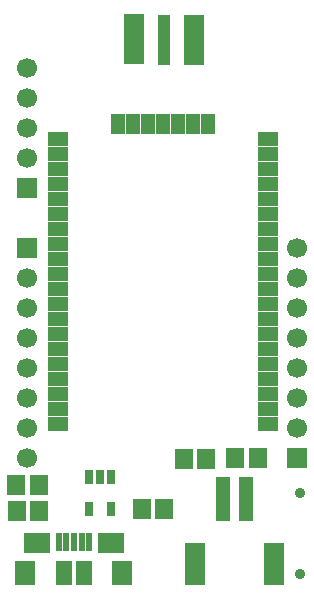
<source format=gbr>
G04 DipTrace 3.0.0.1*
G04 TopMask.gbr*
%MOIN*%
G04 #@! TF.FileFunction,Soldermask,Top*
G04 #@! TF.Part,Single*
%ADD49C,0.035433*%
%ADD52R,0.066929X0.141732*%
%ADD54R,0.047244X0.145669*%
%ADD56R,0.031496X0.051181*%
%ADD58R,0.041339X0.167717*%
%ADD60R,0.067717X0.167717*%
%ADD62R,0.047638X0.067874*%
%ADD64R,0.067874X0.047638*%
%ADD70C,0.066929*%
%ADD72R,0.066929X0.066929*%
%ADD74R,0.055118X0.082677*%
%ADD76R,0.070866X0.082677*%
%ADD78R,0.090551X0.070866*%
%ADD80R,0.023622X0.061024*%
%ADD82R,0.059055X0.066929*%
%FSLAX26Y26*%
G04*
G70*
G90*
G75*
G01*
G04 TopMask*
%LPD*%
D82*
X512467Y740814D3*
X437664D3*
X513386Y654068D3*
X438583D3*
X1242520Y832415D3*
X1167717D3*
X1071260Y829003D3*
X996457D3*
D80*
X680709Y552887D3*
X655118D3*
X629528D3*
X603937D3*
X578347D3*
D78*
X751575Y547966D3*
X507481D3*
D76*
X790945Y447572D3*
X468110D3*
D74*
X662992D3*
X596063D3*
D72*
X472047Y1732677D3*
D70*
Y1832677D3*
Y1932677D3*
Y2032677D3*
Y2132677D3*
D72*
X472179Y1532677D3*
D70*
Y1432677D3*
Y1332677D3*
Y1232677D3*
Y1132677D3*
Y1032677D3*
Y932677D3*
Y832677D3*
D72*
X1372047Y832546D3*
D70*
Y932546D3*
Y1032546D3*
Y1132546D3*
Y1232546D3*
Y1332546D3*
Y1432546D3*
Y1532546D3*
D82*
X930840Y661942D3*
X856037D3*
D49*
X1384777Y713386D3*
Y445670D3*
D64*
X1275166Y944882D3*
Y994882D3*
Y1044882D3*
Y1094882D3*
Y1144882D3*
Y1194882D3*
Y1244882D3*
Y1294882D3*
Y1344882D3*
Y1394882D3*
Y1444882D3*
Y1494882D3*
Y1544882D3*
Y1594882D3*
Y1644882D3*
Y1694882D3*
Y1744882D3*
Y1794882D3*
Y1844882D3*
Y1894882D3*
D62*
X1075166Y1944882D3*
X1025166D3*
X975166D3*
X925166D3*
X875166D3*
X825166D3*
X775166D3*
D64*
X575166Y1894882D3*
Y1844882D3*
Y1794882D3*
Y1744882D3*
Y1694882D3*
Y1644882D3*
Y1594882D3*
Y1544882D3*
Y1494882D3*
Y1444882D3*
Y1394882D3*
Y1344882D3*
Y1294882D3*
Y1244882D3*
Y1194882D3*
Y1144882D3*
Y1094882D3*
Y1044882D3*
Y994882D3*
Y944882D3*
D60*
X831037Y2226647D3*
D58*
X931037Y2226253D3*
D60*
X1030643D3*
D56*
X754331Y767848D3*
X716929D3*
X679528D3*
Y661549D3*
X754331D3*
D54*
X1125460Y695145D3*
X1204200D3*
D52*
X1033011Y476751D3*
X1296790D3*
M02*

</source>
